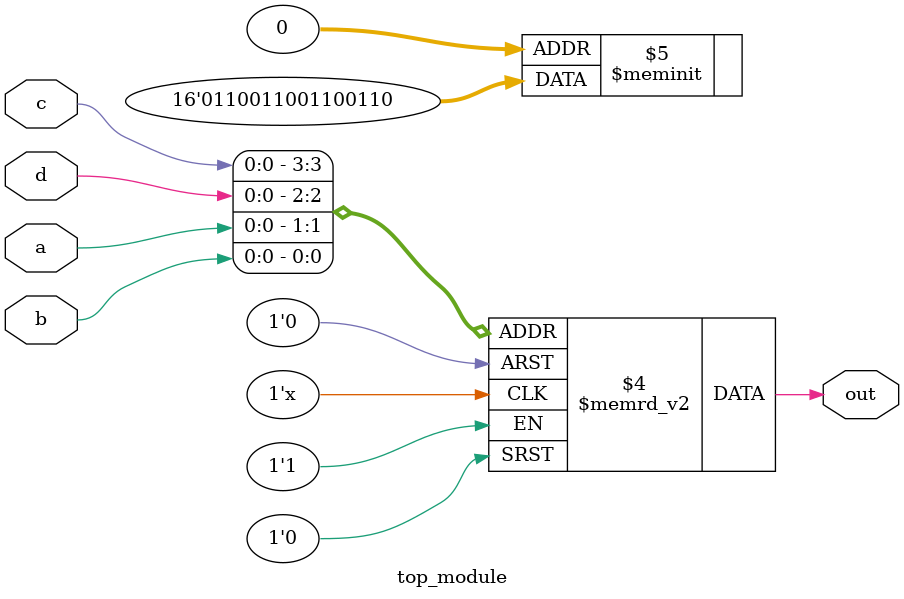
<source format=sv>
module top_module (
	input a, 
	input b,
	input c,
	input d,
	output reg out
);

always @(*) begin
    case ({c, d, a, b})
        4'b0000: out = 1'b0;
        4'b0001: out = 1'b1;
        4'b0011: out = 1'b0;
        4'b0010: out = 1'b1;
        4'b0110: out = 1'b1;
        4'b0111: out = 1'b0;
        4'b0101: out = 1'b1;
        4'b0100: out = 1'b0;
        4'b1100: out = 1'b0;
        4'b1101: out = 1'b1;
        4'b1111: out = 1'b0;
        4'b1110: out = 1'b1;
        4'b1010: out = 1'b1;
        4'b1011: out = 1'b0;
        4'b1001: out = 1'b1;
        4'b1000: out = 1'b0;
    endcase
end

endmodule

</source>
